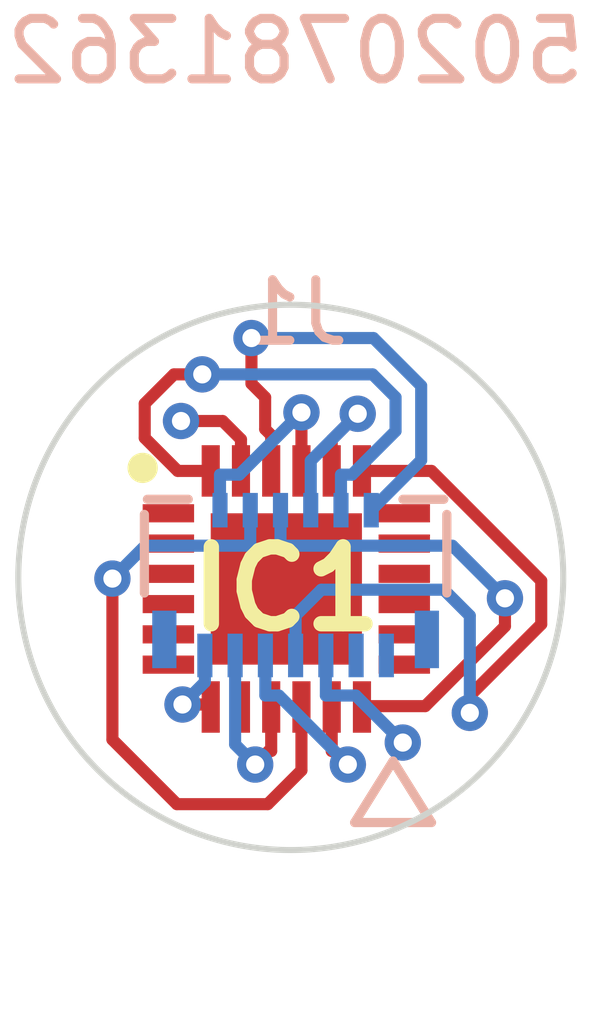
<source format=kicad_pcb>
(kicad_pcb (version 20240108) (generator "pcbnew") (generator_version "8.0")
  (layers (0 "F.Cu" signal) (1 "In1.Cu" signal) (2 "In2.Cu" signal) (3 "In3.Cu" signal) (4 "In4.Cu" signal) (31 "B.Cu" signal) (34 "B.Paste" user) (35 "F.Paste" user) (36 "B.SilkS" user "B.Silkscreen") (37 "F.SilkS" user "F.Silkscreen") (38 "B.Mask" user) (39 "F.Mask" user) (44 "Edge.Cuts" user))
  (net 0 "")
  (net 15 "Net-(IC1-VSSA)")
  (net 16 "Net-(IC1-MSEL)")
  (net 17 "Net-(IC1-M1)")
  (net 18 "Net-(IC1-M3)")
  (net 19 "Net-(IC1-VDD)")
  (net 20 "Net-(IC1-VDDA)")
  (net 21 "Net-(IC1-VSS_2)")
  (net 22 "Net-(IC1-VSS_1)")
  (net 23 "Net-(IC1-M0)")
  (net 24 "Net-(IC1-I)")
  (net 25 "Net-(IC1-M2)")
  (net 26 "Net-(IC1-B)")
  (net 27 "Net-(IC1-A)")
  (footprint "SamacSys_Parts:QFN50P400X400X100-25N-D" (layer "F.Cu") (at 140.8365 92.0515)
    (property "Reference" "IC1" (at 0 -6 0) (layer "F.SilkS") (effects (font (size 1.27 1.27) (thickness 0.254))))
    (property "Value" "AEAT-9922-Q24" (hide yes))
    (fp_circle (center -2.375 -8) (end -2.375 -7.875) (stroke (width 0.25)) (fill none) (layer "F.SilkS"))
    (pad "1" smd rect (at -1.95 -7.25 90) (size 0.3 0.85) (layers "F.Cu" "F.Paste" "F.Mask"))
    (pad "2" smd rect (at -1.95 -6.75 90) (size 0.3 0.85) (layers "F.Cu" "F.Paste" "F.Mask"))
    (pad "3" smd rect (at -1.95 -6.25 90) (size 0.3 0.85) (layers "F.Cu" "F.Paste" "F.Mask"))
    (pad "4" smd rect (at -1.95 -5.75 90) (size 0.3 0.85) (layers "F.Cu" "F.Paste" "F.Mask"))
    (pad "5" smd rect (at -1.95 -5.25 90) (size 0.3 0.85) (layers "F.Cu" "F.Paste" "F.Mask"))
    (pad "6" smd rect (at -1.95 -4.75 90) (size 0.3 0.85) (layers "F.Cu" "F.Paste" "F.Mask"))
    (pad "7" smd rect (at -1.25 -4.05) (size 0.3 0.85) (layers "F.Cu" "F.Paste" "F.Mask") (net 20 "Net-(IC1-VDDA)"))
    (pad "8" smd rect (at -0.75 -4.05) (size 0.3 0.85) (layers "F.Cu" "F.Paste" "F.Mask") (net 15 "Net-(IC1-VSSA)"))
    (pad "9" smd rect (at -0.25 -4.05) (size 0.3 0.85) (layers "F.Cu" "F.Paste" "F.Mask") (net 23 "Net-(IC1-M0)"))
    (pad "10" smd rect (at 0.25 -4.05) (size 0.3 0.85) (layers "F.Cu" "F.Paste" "F.Mask") (net 17 "Net-(IC1-M1)"))
    (pad "11" smd rect (at 0.75 -4.05) (size 0.3 0.85) (layers "F.Cu" "F.Paste" "F.Mask") (net 25 "Net-(IC1-M2)"))
    (pad "12" smd rect (at 1.25 -4.05) (size 0.3 0.85) (layers "F.Cu" "F.Paste" "F.Mask") (net 18 "Net-(IC1-M3)"))
    (pad "13" smd rect (at 1.95 -4.75 90) (size 0.3 0.85) (layers "F.Cu" "F.Paste" "F.Mask"))
    (pad "14" smd rect (at 1.95 -5.25 90) (size 0.3 0.85) (layers "F.Cu" "F.Paste" "F.Mask"))
    (pad "15" smd rect (at 1.95 -5.75 90) (size 0.3 0.85) (layers "F.Cu" "F.Paste" "F.Mask"))
    (pad "16" smd rect (at 1.95 -6.25 90) (size 0.3 0.85) (layers "F.Cu" "F.Paste" "F.Mask"))
    (pad "17" smd rect (at 1.95 -6.75 90) (size 0.3 0.85) (layers "F.Cu" "F.Paste" "F.Mask"))
    (pad "18" smd rect (at 1.95 -7.25 90) (size 0.3 0.85) (layers "F.Cu" "F.Paste" "F.Mask"))
    (pad "19" smd rect (at 1.25 -7.95) (size 0.3 0.85) (layers "F.Cu" "F.Paste" "F.Mask") (net 16 "Net-(IC1-MSEL)"))
    (pad "20" smd rect (at 0.75 -7.95) (size 0.3 0.85) (layers "F.Cu" "F.Paste" "F.Mask") (net 24 "Net-(IC1-I)"))
    (pad "21" smd rect (at 0.25 -7.95) (size 0.3 0.85) (layers "F.Cu" "F.Paste" "F.Mask") (net 19 "Net-(IC1-VDD)"))
    (pad "22" smd rect (at -0.25 -7.95) (size 0.3 0.85) (layers "F.Cu" "F.Paste" "F.Mask") (net 22 "Net-(IC1-VSS_1)"))
    (pad "23" smd rect (at -0.75 -7.95) (size 0.3 0.85) (layers "F.Cu" "F.Paste" "F.Mask") (net 26 "Net-(IC1-B)"))
    (pad "24" smd rect (at -1.25 -7.95) (size 0.3 0.85) (layers "F.Cu" "F.Paste" "F.Mask") (net 27 "Net-(IC1-A)"))
    (pad "25" smd rect (at 0 -6) (size 2.5 2.5) (layers "F.Cu" "F.Paste" "F.Mask") (net 21 "Net-(IC1-VSS_2)"))
  )
  (footprint "footprints:CON_5020781362_MOL" (layer "B.Cu") (at 140.9899 86.06 180)
    (property "Reference" "J1" (at 0 4.572 0) (layer "B.SilkS") (effects (justify mirror)))
    (property "Value" "5020781362")
    (fp_line (start 2.499995 -0.057705) (end 2.499995 1.24) (stroke (width 0.1524)) (layer "B.SilkS"))
    (fp_line (start 2.449995 1.49) (end 1.77499 1.49) (stroke (width 0.1524)) (layer "B.SilkS"))
    (fp_line (start -1.610995 -2.834) (end -0.975995 -3.85) (stroke (width 0.1524)) (layer "B.SilkS"))
    (fp_line (start -1.610995 -2.834) (end -2.245995 -3.85) (stroke (width 0.1524)) (layer "B.SilkS"))
    (fp_line (start -1.77499 1.49) (end -2.449995 1.49) (stroke (width 0.1524)) (layer "B.SilkS"))
    (fp_line (start -2.245995 -3.85) (end -0.975995 -3.85) (stroke (width 0.1524)) (layer "B.SilkS"))
    (fp_line (start -2.499995 1.24) (end -2.499995 -0.057705) (stroke (width 0.1524)) (layer "B.SilkS"))
    (fp_text user "5020781362" (at 0 8.889999 0) (layer "B.SilkS") (effects (justify mirror)))
    (pad "1" smd rect (at -1.499995 -1.09 180) (size 0.25 0.72) (layers "B.Cu" "B.Paste" "B.Mask") (net 15 "Net-(IC1-VSSA)"))
    (pad "2" smd rect (at -1.250059 1.31 180) (size 0.25 0.57) (layers "B.Cu" "B.Paste" "B.Mask") (net 22 "Net-(IC1-VSS_1)"))
    (pad "3" smd rect (at -0.999995 -1.09 180) (size 0.25 0.72) (layers "B.Cu" "B.Paste" "B.Mask") (net 21 "Net-(IC1-VSS_2)"))
    (pad "4" smd rect (at -0.750059 1.31 180) (size 0.25 0.57) (layers "B.Cu" "B.Paste" "B.Mask") (net 27 "Net-(IC1-A)"))
    (pad "5" smd rect (at -0.499995 -1.09 180) (size 0.25 0.72) (layers "B.Cu" "B.Paste" "B.Mask") (net 26 "Net-(IC1-B)"))
    (pad "6" smd rect (at -0.250059 1.31 180) (size 0.25 0.57) (layers "B.Cu" "B.Paste" "B.Mask") (net 24 "Net-(IC1-I)"))
    (pad "7" smd rect (at 0 -1.09 180) (size 0.25 0.72) (layers "B.Cu" "B.Paste" "B.Mask") (net 16 "Net-(IC1-MSEL)"))
    (pad "8" smd rect (at 0.249941 1.31 180) (size 0.25 0.57) (layers "B.Cu" "B.Paste" "B.Mask") (net 18 "Net-(IC1-M3)"))
    (pad "9" smd rect (at 0.500005 -1.09 180) (size 0.25 0.72) (layers "B.Cu" "B.Paste" "B.Mask") (net 25 "Net-(IC1-M2)"))
    (pad "10" smd rect (at 0.749941 1.31 180) (size 0.25 0.57) (layers "B.Cu" "B.Paste" "B.Mask") (net 17 "Net-(IC1-M1)"))
    (pad "11" smd rect (at 1.000005 -1.09 180) (size 0.25 0.72) (layers "B.Cu" "B.Paste" "B.Mask") (net 23 "Net-(IC1-M0)"))
    (pad "12" smd rect (at 1.249941 1.31 180) (size 0.25 0.57) (layers "B.Cu" "B.Paste" "B.Mask") (net 19 "Net-(IC1-VDD)"))
    (pad "13" smd rect (at 1.500005 -1.09 180) (size 0.25 0.72) (layers "B.Cu" "B.Paste" "B.Mask") (net 20 "Net-(IC1-VDDA)"))
    (pad "P1" smd rect (at -2.169996 -0.824999 180) (size 0.4 0.95) (layers "B.Cu" "B.Paste" "B.Mask"))
    (pad "P2" smd rect (at 2.169996 -0.824999 180) (size 0.4 0.95) (layers "B.Cu" "B.Paste" "B.Mask"))
  )
  (gr_circle (center 140.91 85.86) (end 145.414598 85.86) (stroke (width 0.1)) (fill none) (layer "Edge.Cuts"))
  (segment (start 143.869651 88.097978) (end 143.869651 87.815135) (width 0.2) (layer "F.Cu") (net 16))
  (segment (start 143.236 84.1015) (end 142.0865 84.1015) (width 0.2) (layer "F.Cu") (net 16))
  (segment (start 143.869651 87.815135) (end 145.0505 86.634286) (width 0.2) (layer "F.Cu") (net 16))
  (segment (start 145.0505 85.916) (end 143.236 84.1015) (width 0.2) (layer "F.Cu") (net 16))
  (segment (start 145.0505 86.634286) (end 145.0505 85.916) (width 0.2) (layer "F.Cu") (net 16))
  (via (at 143.869651 88.097978) (size 0.6) (drill 0.3) (layers "F.Cu" "B.Cu") (net 16))
  (segment (start 143.4404 86.0638) (end 141.4144 86.0638) (width 0.2) (layer "B.Cu") (net 16))
  (segment (start 143.869651 88.097978) (end 143.869651 86.493051) (width 0.2) (layer "B.Cu") (net 16))
  (segment (start 143.869651 86.493051) (end 143.4404 86.0638) (width 0.2) (layer "B.Cu") (net 16))
  (segment (start 141.4144 86.0638) (end 140.9899 86.4883) (width 0.2) (layer "B.Cu") (net 16))
  (segment (start 140.9899 86.4883) (end 140.9899 87.15) (width 0.2) (layer "B.Cu") (net 16))
  (segment (start 139.028 89.6067) (end 140.5279 89.6067) (width 0.2) (layer "F.Cu") (net 17))
  (segment (start 140.5279 89.6067) (end 141.0865 89.0481) (width 0.2) (layer "F.Cu") (net 17))
  (segment (start 137.961498 88.540198) (end 139.028 89.6067) (width 0.2) (layer "F.Cu") (net 17))
  (segment (start 141.0865 89.0481) (end 141.0865 88.0015) (width 0.2) (layer "F.Cu") (net 17))
  (segment (start 137.961498 85.88) (end 137.961498 88.540198) (width 0.2) (layer "F.Cu") (net 17))
  (via (at 137.961498 85.88) (size 0.6) (drill 0.3) (layers "F.Cu" "B.Cu") (net 17))
  (segment (start 138.504798 85.3367) (end 140.24 85.3367) (width 0.2) (layer "B.Cu") (net 17))
  (segment (start 137.961498 85.88) (end 138.504798 85.3367) (width 0.2) (layer "B.Cu") (net 17))
  (segment (start 140.24 85.3367) (end 140.24 84.75) (width 0.2) (layer "B.Cu") (net 17))
  (segment (start 142.1007 87.9873) (end 142.0865 88.0015) (width 0.2) (layer "F.Cu") (net 18))
  (segment (start 144.4505 86.6686) (end 143.1318 87.9873) (width 0.2) (layer "F.Cu") (net 18))
  (segment (start 144.4505 86.2058) (end 144.4505 86.6686) (width 0.2) (layer "F.Cu") (net 18))
  (segment (start 143.1318 87.9873) (end 142.1007 87.9873) (width 0.2) (layer "F.Cu") (net 18))
  (via (at 144.4505 86.2058) (size 0.6) (drill 0.3) (layers "F.Cu" "B.Cu") (net 18))
  (segment (start 144.4505 86.2058) (end 143.5814 85.3367) (width 0.2) (layer "B.Cu") (net 18))
  (segment (start 140.74 84.75) (end 140.74 85.3367) (width 0.2) (layer "B.Cu") (net 18))
  (segment (start 143.5814 85.3367) (end 140.74 85.3367) (width 0.2) (layer "B.Cu") (net 18))
  (segment (start 141.0865 84.1015) (end 141.0865 83.3748) (width 0.2) (layer "F.Cu") (net 19))
  (segment (start 141.0865 83.3748) (end 141.0865 83.135) (width 0.2) (layer "F.Cu") (net 19))
  (via (at 141.0865 83.135) (size 0.6) (drill 0.3) (layers "F.Cu" "B.Cu") (net 19))
  (segment (start 139.74 84.1633) (end 140.0582 84.1633) (width 0.2) (layer "B.Cu") (net 19))
  (segment (start 139.74 84.75) (end 139.74 84.1633) (width 0.2) (layer "B.Cu") (net 19))
  (segment (start 140.0582 84.1633) (end 141.0865 83.135) (width 0.2) (layer "B.Cu") (net 19))
  (segment (start 139.12 87.96) (end 139.545 87.96) (width 0.2) (layer "F.Cu") (net 20))
  (segment (start 139.545 87.96) (end 139.5865 88.0015) (width 0.2) (layer "F.Cu") (net 20))
  (via (at 139.12 87.96) (size 0.6) (drill 0.3) (layers "F.Cu" "B.Cu") (net 20))
  (segment (start 139.4899 87.5901) (end 139.4899 87.15) (width 0.2) (layer "B.Cu") (net 20))
  (segment (start 139.12 87.96) (end 139.4899 87.5901) (width 0.2) (layer "B.Cu") (net 20))
  (segment (start 140.5865 83.5118) (end 140.5865 84.1015) (width 0.2) (layer "F.Cu") (net 22))
  (segment (start 140.4865 82.886471) (end 140.4865 83.4118) (width 0.2) (layer "F.Cu") (net 22))
  (segment (start 140.26 82.659971) (end 140.4865 82.886471) (width 0.2) (layer "F.Cu") (net 22))
  (segment (start 140.4865 83.4118) (end 140.5865 83.5118) (width 0.2) (layer "F.Cu") (net 22))
  (segment (start 140.26 81.9064) (end 140.26 82.659971) (width 0.2) (layer "F.Cu") (net 22))
  (via (at 140.26 81.9064) (size 0.6) (drill 0.3) (layers "F.Cu" "B.Cu") (net 22))
  (segment (start 142.2765 81.9064) (end 143.0659 82.6958) (width 0.2) (layer "B.Cu") (net 22))
  (segment (start 143.0659 83.9241) (end 142.24 84.75) (width 0.2) (layer "B.Cu") (net 22))
  (segment (start 143.0659 82.6958) (end 143.0659 83.9241) (width 0.2) (layer "B.Cu") (net 22))
  (segment (start 140.26 81.9064) (end 142.2765 81.9064) (width 0.2) (layer "B.Cu") (net 22))
  (segment (start 140.5865 88.0015) (end 140.5865 88.7282) (width 0.2) (layer "F.Cu") (net 23))
  (segment (start 140.5865 88.7282) (end 140.5459 88.7282) (width 0.2) (layer "F.Cu") (net 23))
  (segment (start 140.5459 88.7282) (end 140.3219 88.9522) (width 0.2) (layer "F.Cu") (net 23))
  (via (at 140.3219 88.9522) (size 0.6) (drill 0.3) (layers "F.Cu" "B.Cu") (net 23))
  (segment (start 139.9899 88.6202) (end 139.9899 87.15) (width 0.2) (layer "B.Cu") (net 23))
  (segment (start 140.3219 88.9522) (end 139.9899 88.6202) (width 0.2) (layer "B.Cu") (net 23))
  (segment (start 141.5865 84.1015) (end 141.5865 83.5872) (width 0.2) (layer "F.Cu") (net 24))
  (segment (start 141.5865 83.5872) (end 142.0167 83.157) (width 0.2) (layer "F.Cu") (net 24))
  (via (at 142.0167 83.157) (size 0.6) (drill 0.3) (layers "F.Cu" "B.Cu") (net 24))
  (segment (start 142.0167 83.157) (end 141.24 83.9337) (width 0.2) (layer "B.Cu") (net 24))
  (segment (start 141.24 83.9337) (end 141.24 84.75) (width 0.2) (layer "B.Cu") (net 24))
  (segment (start 141.6293 88.7282) (end 141.8533 88.9522) (width 0.2) (layer "F.Cu") (net 25))
  (segment (start 141.5865 88.7282) (end 141.6293 88.7282) (width 0.2) (layer "F.Cu") (net 25))
  (segment (start 141.5865 88.0015) (end 141.5865 88.7282) (width 0.2) (layer "F.Cu") (net 25))
  (via (at 141.8533 88.9522) (size 0.6) (drill 0.3) (layers "F.Cu" "B.Cu") (net 25))
  (segment (start 140.4899 87.15) (end 140.4899 87.8117) (width 0.2) (layer "B.Cu") (net 25))
  (segment (start 140.7128 87.8117) (end 141.8533 88.9522) (width 0.2) (layer "B.Cu") (net 25))
  (segment (start 140.4899 87.8117) (end 140.7128 87.8117) (width 0.2) (layer "B.Cu") (net 25))
  (segment (start 139.0954 83.276815) (end 139.783515 83.276815) (width 0.2) (layer "F.Cu") (net 26))
  (segment (start 140.0865 83.5798) (end 140.0865 84.1015) (width 0.2) (layer "F.Cu") (net 26))
  (segment (start 139.783515 83.276815) (end 140.0865 83.5798) (width 0.2) (layer "F.Cu") (net 26))
  (via (at 142.7616 88.589) (size 0.6) (drill 0.3) (layers "F.Cu" "B.Cu") (net 26))
  (via (at 139.0954 83.276815) (size 0.6) (drill 0.3) (layers "F.Cu" "B.Cu") (net 26))
  (segment (start 141.4899 87.15) (end 141.4899 87.8117) (width 0.2) (layer "B.Cu") (net 26))
  (segment (start 141.9843 87.8117) (end 142.7616 88.589) (width 0.2) (layer "B.Cu") (net 26))
  (segment (start 141.4899 87.8117) (end 141.9843 87.8117) (width 0.2) (layer "B.Cu") (net 26))
  (segment (start 138.4954 83.556) (end 138.4954 82.9897) (width 0.2) (layer "F.Cu") (net 27))
  (segment (start 138.9787 82.5064) (end 139.4469 82.5064) (width 0.2) (layer "F.Cu") (net 27))
  (segment (start 139.0409 84.1015) (end 138.4954 83.556) (width 0.2) (layer "F.Cu") (net 27))
  (segment (start 139.5865 84.1015) (end 139.0409 84.1015) (width 0.2) (layer "F.Cu") (net 27))
  (segment (start 138.4954 82.9897) (end 138.9787 82.5064) (width 0.2) (layer "F.Cu") (net 27))
  (via (at 139.4469 82.5064) (size 0.6) (drill 0.3) (layers "F.Cu" "B.Cu") (net 27))
  (segment (start 141.74 84.75) (end 141.74 84.1633) (width 0.2) (layer "B.Cu") (net 27))
  (segment (start 142.2631 82.5064) (end 139.4469 82.5064) (width 0.2) (layer "B.Cu") (net 27))
  (segment (start 141.74 84.1633) (end 141.9214 84.1633) (width 0.2) (layer "B.Cu") (net 27))
  (segment (start 142.6421 82.8854) (end 142.2631 82.5064) (width 0.2) (layer "B.Cu") (net 27))
  (segment (start 142.6421 83.4426) (end 142.6421 82.8854) (width 0.2) (layer "B.Cu") (net 27))
  (segment (start 141.9214 84.1633) (end 142.6421 83.4426) (width 0.2) (layer "B.Cu") (net 27))
)
</source>
